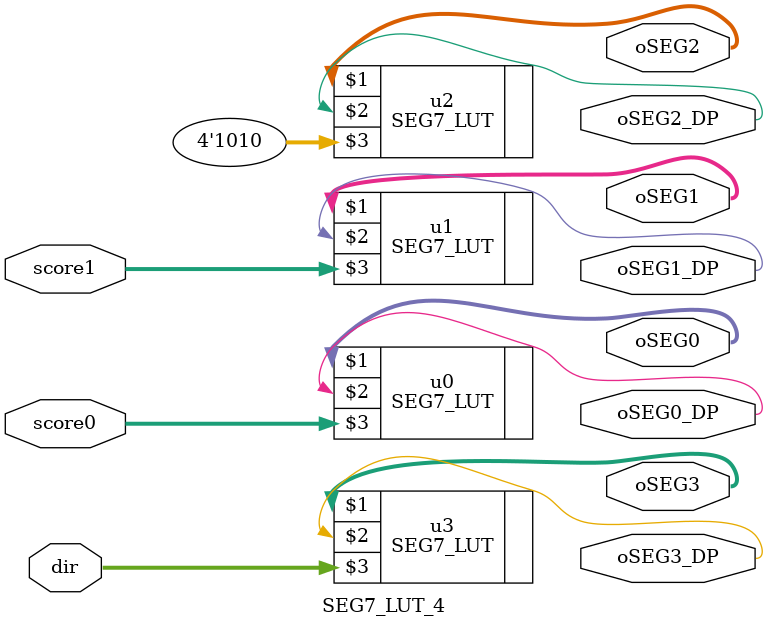
<source format=v>
module SEG7_LUT_4 (	oSEG0,oSEG0_DP,oSEG1,oSEG1_DP,oSEG2,oSEG2_DP,oSEG3,oSEG3_DP,score0,score1,dir );
input	[3:0]	score0,score1,dir;
output	[6:0]	oSEG0,oSEG1,oSEG2,oSEG3;
output			oSEG0_DP,oSEG1_DP,oSEG2_DP,oSEG3_DP;

SEG7_LUT	u0	(	oSEG0,oSEG0_DP,score0	);
SEG7_LUT	u1	(	oSEG1,oSEG1_DP,score1	);
SEG7_LUT	u2	(	oSEG2,oSEG2_DP,4'ha	);
SEG7_LUT	u3	(	oSEG3,oSEG3_DP,dir	);

endmodule

</source>
